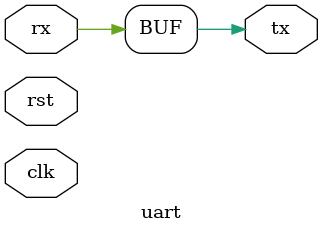
<source format=sv>
module uart #(parameter CLK_HZ=50000000, parameter BAUD=115200) (
    input  logic clk,
    input  logic rst,
    input  logic rx,
    output logic tx
);
    // Minimal stub: loopback
    assign tx = rx;
endmodule

</source>
